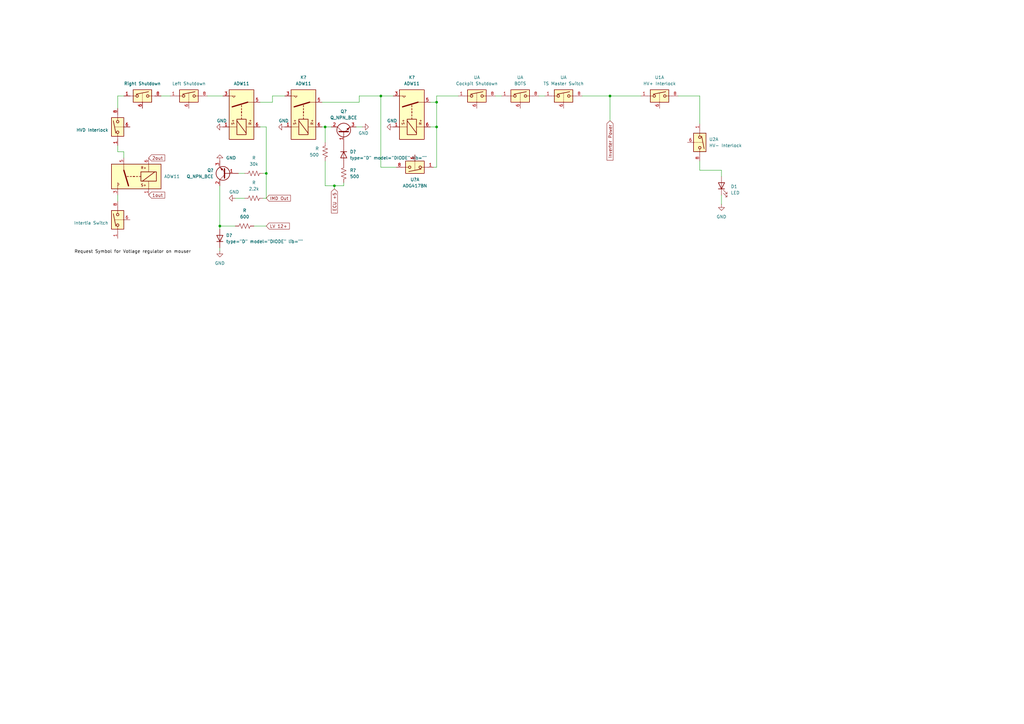
<source format=kicad_sch>
(kicad_sch (version 20231120) (generator "eeschema") (generator_version "8.0")
  (paper "A3")
  (title_block (title "RM27 Shutdown Circuit"))
  (lib_symbols
    (symbol "Analog_Switch:ADG417BN" (pin_names (offset 0.254))
      (property "Reference" "U" (at -3.175 5.334 0))
      (property "Value" "ADG417BN" (at -3.175 3.556 0))
      (symbol "ADG417BN_1_1"
        (rectangle (start -3.81 2.54) (end 3.81 -2.54) (stroke (width 0.254)) (fill (type background)))
        (circle (center -2.159 0) (radius 0.508) (stroke (width 0.254)))
        (polyline (pts (xy -5.08 0) (xy -2.794 0)))
        (polyline (pts (xy -2.54 0.762) (xy 2.54 1.778)) (stroke (width 0.254)))
        (polyline (pts (xy 0 -2.54) (xy 0 -2.032)))
        (polyline (pts (xy 0 -1.778) (xy 0 -1.524)))
        (polyline (pts (xy 0 -1.27) (xy 0 -1.016)))
        (polyline (pts (xy 0 -0.762) (xy 0 -0.508)))
        (polyline (pts (xy 0 -0.254) (xy 0 0)))
        (polyline (pts (xy 0 0.254) (xy 0 0.508)))
        (polyline (pts (xy 0 0.762) (xy 0 1.016)))
        (polyline (pts (xy 5.08 0) (xy 2.794 0)))
        (circle (center 2.159 0) (radius 0.508) (stroke (width 0.254)))
        (pin passive line (at -7.62 0 0) (length 2.54) (name "~") (number "1"))
        (pin input line (at 0 -5.08 90) (length 2.54) (name "~") (number "6"))
        (pin passive line (at 7.62 0 180) (length 2.54) (name "~") (number "8"))
      )
      (symbol "ADG417BN_2_0"
        (pin no_connect line (at -2.54 10.16 270) (length 2.54) hide (name "NC") (number "2"))
        (pin power_in line (at 0 -12.7 90) (length 2.54) (name "GND") (number "3"))
        (pin power_in line (at 0 12.7 270) (length 2.54) (name "V+") (number "4"))
        (pin power_in line (at 2.54 12.7 270) (length 2.54) (name "VL") (number "5"))
        (pin power_in line (at 2.54 -12.7 90) (length 2.54) (name "V-") (number "7"))
      )
      (symbol "ADG417BN_2_1"
        (rectangle (start -3.81 10.16) (end 6.35 -10.16) (stroke (width 0.254)) (fill (type background)))
      )
    )
    (symbol "Device:LED" (pin_numbers hide) (pin_names (offset 1.016) hide)
      (property "Reference" "D" (at 0 2.54 0))
      (property "Value" "LED" (at 0 -2.54 0))
      (symbol "LED_0_1"
        (polyline (pts (xy -1.27 -1.27) (xy -1.27 1.27)) (stroke (width 0.254)))
        (polyline (pts (xy -1.27 0) (xy 1.27 0)))
        (polyline (pts (xy 1.27 -1.27) (xy 1.27 1.27) (xy -1.27 0) (xy 1.27 -1.27)) (stroke (width 0.254)))
        (polyline (pts (xy -3.048 -0.762) (xy -4.572 -2.286) (xy -3.81 -2.286) (xy -4.572 -2.286) (xy -4.572 -1.524)))
        (polyline (pts (xy -1.778 -0.762) (xy -3.302 -2.286) (xy -2.54 -2.286) (xy -3.302 -2.286) (xy -3.302 -1.524)))
      )
      (symbol "LED_1_1"
        (pin passive line (at -3.81 0 0) (length 2.54) (name "K") (number "1"))
        (pin passive line (at 3.81 0 180) (length 2.54) (name "A") (number "2"))
      )
    )
    (symbol "Device:Q_NPN_BCE" (pin_names (offset 0) hide)
      (property "Reference" "Q" (at 5.08 1.27 0))
      (property "Value" "Q_NPN_BCE" (at 5.08 -1.27 0))
      (symbol "Q_NPN_BCE_0_1"
        (polyline (pts (xy 0.635 0.635) (xy 2.54 2.54)))
        (polyline (pts (xy 0.635 -0.635) (xy 2.54 -2.54) (xy 2.54 -2.54)))
        (polyline (pts (xy 0.635 1.905) (xy 0.635 -1.905) (xy 0.635 -1.905)) (stroke (width 0.508)))
        (polyline (pts (xy 1.27 -1.778) (xy 1.778 -1.27) (xy 2.286 -2.286) (xy 1.27 -1.778) (xy 1.27 -1.778)) (fill (type outline)))
        (circle (center 1.27 0) (radius 2.8194) (stroke (width 0.254)))
      )
      (symbol "Q_NPN_BCE_1_1"
        (pin input line (at -5.08 0 0) (length 5.715) (name "B") (number "1"))
        (pin passive line (at 2.54 5.08 270) (length 2.54) (name "C") (number "2"))
        (pin passive line (at 2.54 -5.08 90) (length 2.54) (name "E") (number "3"))
      )
    )
    (symbol "Device:R_US" (pin_numbers hide) (pin_names (offset 0))
      (property "Reference" "R" (at 2.54 0 90))
      (property "Value" "R_US" (at -2.54 0 90))
      (symbol "R_US_0_1"
        (polyline (pts (xy 0 -2.286) (xy 0 -2.54)))
        (polyline (pts (xy 0 2.286) (xy 0 2.54)))
        (polyline (pts (xy 0 -0.762) (xy 1.016 -1.143) (xy 0 -1.524) (xy -1.016 -1.905) (xy 0 -2.286)))
        (polyline (pts (xy 0 0.762) (xy 1.016 0.381) (xy 0 0) (xy -1.016 -0.381) (xy 0 -0.762)))
        (polyline (pts (xy 0 2.286) (xy 1.016 1.905) (xy 0 1.524) (xy -1.016 1.143) (xy 0 0.762)))
      )
      (symbol "R_US_1_1"
        (pin passive line (at 0 3.81 270) (length 1.27) (name "~") (number "1"))
        (pin passive line (at 0 -3.81 90) (length 1.27) (name "~") (number "2"))
      )
    )
    (symbol "GND_1" (power) (pin_numbers hide) (pin_names (offset 0) hide)
      (property "Value" "GND" (at 0 -3.81 0))
      (symbol "GND_1_0_1"
        (polyline (pts (xy 0 0) (xy 0 -1.27) (xy 1.27 -1.27) (xy 0 -2.54) (xy -1.27 -1.27) (xy 0 -1.27)))
      )
      (symbol "GND_1_1_1"
        (pin power_in line (at 0 0 270) (length 0) (name "~") (number "1"))
      )
    )
    (symbol "Relay:ADW11"
      (property "Reference" "K" (at 11.43 3.81 0))
      (property "Value" "ADW11" (at 13.97 1.27 0))
      (symbol "ADW11_1_1"
        (rectangle (start -10.16 5.08) (end 10.16 -5.08) (stroke (width 0.254)) (fill (type background)))
        (rectangle (start -8.255 1.905) (end -1.905 -1.905) (stroke (width 0.254)))
        (polyline (pts (xy -7.62 -1.905) (xy -2.54 1.905)) (stroke (width 0.254)))
        (polyline (pts (xy -5.08 -5.08) (xy -5.08 -1.905)))
        (polyline (pts (xy -5.08 5.08) (xy -5.08 1.905)))
        (polyline (pts (xy -1.905 0) (xy -1.27 0)) (stroke (width 0.254)))
        (polyline (pts (xy -0.635 0) (xy 0 0)) (stroke (width 0.254)))
        (polyline (pts (xy 0.635 0) (xy 1.27 0)) (stroke (width 0.254)))
        (polyline (pts (xy 0.635 0) (xy 1.27 0)) (stroke (width 0.254)))
        (polyline (pts (xy 1.905 0) (xy 2.54 0)) (stroke (width 0.254)))
        (polyline (pts (xy 3.175 0) (xy 3.81 0)) (stroke (width 0.254)))
        (polyline (pts (xy 5.08 -2.54) (xy 3.175 3.81)) (stroke (width 0.508)))
        (polyline (pts (xy 5.08 -2.54) (xy 5.08 -5.08)))
        (polyline (pts (xy 7.62 3.81) (xy 7.62 5.08)))
        (polyline (pts (xy 7.62 3.81) (xy 7.62 2.54) (xy 6.985 3.175) (xy 7.62 3.81)))
        (text "R+" (at -3.048 -3.556 0) (effects (font (size 1.016 1.016))))
        (text "S+" (at -3.048 3.556 0) (effects (font (size 1.016 1.016))))
        (pin passive line (at -5.08 7.62 270) (length 2.54) (name "~") (number "1"))
        (pin passive line (at 7.62 7.62 270) (length 2.54) (name "~") (number "3"))
        (pin passive line (at 5.08 -7.62 90) (length 2.54) (name "~") (number "5"))
        (pin passive line (at -5.08 -7.62 90) (length 2.54) (name "~") (number "6"))
      )
    )
    (symbol "Simulation_SPICE:DIODE" (pin_numbers hide) (pin_names (offset 1.016) hide)
      (property "Reference" "D" (at 0 2.54 0))
      (property "Value" "DIODE" (at 0 -2.54 0))
      (symbol "DIODE_0_1"
        (polyline (pts (xy 1.27 0) (xy -1.27 0)))
        (polyline (pts (xy 1.27 1.27) (xy 1.27 -1.27)) (stroke (width 0.254)))
        (polyline (pts (xy -1.27 -1.27) (xy -1.27 1.27) (xy 1.27 0) (xy -1.27 -1.27)) (stroke (width 0.254)))
      )
      (symbol "DIODE_1_1"
        (pin passive line (at -3.81 0 0) (length 2.54) (name "A") (number "1"))
        (pin passive line (at 3.81 0 180) (length 2.54) (name "K") (number "2"))
      )
    )
    (symbol "power:GND" (power) (pin_names (offset 0))
      (property "Value" "GND" (at 0 -3.81 0))
      (symbol "GND_0_1"
        (polyline (pts (xy 0 0) (xy 0 -1.27) (xy 1.27 -1.27) (xy 0 -2.54) (xy -1.27 -1.27) (xy 0 -1.27)))
      )
      (symbol "GND_1_1"
        (pin power_in line (at 0 0 270) (length 0) hide (name "GND") (number "1"))
      )
    )
  )
  (junction (at 250.19 39.37))
  (junction (at 137.16 76.2))
  (junction (at 90.17 92.71))
  (junction (at 179.07 52.07))
  (junction (at 179.07 41.91))
  (junction (at 156.21 39.37))
  (junction (at 133.35 52.07))
  (junction (at 109.22 71.12))
  (wire (pts (xy 106.68 52.07) (xy 109.22 52.07)))
  (wire (pts (xy 220.98 39.37) (xy 223.52 39.37)))
  (wire (pts (xy 287.02 69.85) (xy 295.91 69.85)))
  (wire (pts (xy 48.26 62.23) (xy 48.26 59.69)))
  (wire (pts (xy 133.35 52.07) (xy 132.08 52.07)))
  (wire (pts (xy 133.35 58.42) (xy 133.35 52.07)))
  (wire (pts (xy 111.76 39.37) (xy 116.84 39.37)))
  (wire (pts (xy 50.8 62.23) (xy 50.8 64.77)))
  (wire (pts (xy 97.79 71.12) (xy 100.33 71.12)))
  (wire (pts (xy 278.13 39.37) (xy 287.02 39.37)))
  (wire (pts (xy 203.2 39.37) (xy 205.74 39.37)))
  (wire (pts (xy 295.91 69.85) (xy 295.91 72.39)))
  (wire (pts (xy 133.35 66.04) (xy 133.35 76.2)))
  (wire (pts (xy 179.07 39.37) (xy 179.07 41.91)))
  (wire (pts (xy 132.08 41.91) (xy 147.32 41.91)))
  (wire (pts (xy 250.19 39.37) (xy 262.89 39.37)))
  (wire (pts (xy 147.32 39.37) (xy 156.21 39.37)))
  (wire (pts (xy 187.96 39.37) (xy 179.07 39.37)))
  (wire (pts (xy 109.22 52.07) (xy 109.22 71.12)))
  (wire (pts (xy 287.02 39.37) (xy 287.02 50.8)))
  (wire (pts (xy 176.53 52.07) (xy 179.07 52.07)))
  (wire (pts (xy 109.22 71.12) (xy 107.95 71.12)))
  (wire (pts (xy 133.35 52.07) (xy 135.89 52.07)))
  (wire (pts (xy 111.76 41.91) (xy 111.76 39.37)))
  (wire (pts (xy 96.52 81.28) (xy 100.33 81.28)))
  (wire (pts (xy 90.17 92.71) (xy 90.17 93.98)))
  (wire (pts (xy 238.76 39.37) (xy 250.19 39.37)))
  (wire (pts (xy 48.26 39.37) (xy 48.26 44.45)))
  (wire (pts (xy 179.07 68.58) (xy 177.8 68.58)))
  (wire (pts (xy 48.26 82.55) (xy 48.26 80.01)))
  (wire (pts (xy 156.21 68.58) (xy 162.56 68.58)))
  (wire (pts (xy 146.05 52.07) (xy 148.59 52.07)))
  (wire (pts (xy 48.26 62.23) (xy 50.8 62.23)))
  (wire (pts (xy 156.21 39.37) (xy 156.21 68.58)))
  (wire (pts (xy 137.16 76.2) (xy 137.16 77.47)))
  (wire (pts (xy 140.97 76.2) (xy 140.97 74.93)))
  (wire (pts (xy 90.17 92.71) (xy 96.52 92.71)))
  (wire (pts (xy 250.19 39.37) (xy 250.19 49.53)))
  (wire (pts (xy 287.02 66.04) (xy 287.02 69.85)))
  (wire (pts (xy 179.07 68.58) (xy 179.07 52.07)))
  (wire (pts (xy 85.09 39.37) (xy 91.44 39.37)))
  (wire (pts (xy 104.14 92.71) (xy 109.22 92.71)))
  (wire (pts (xy 295.91 80.01) (xy 295.91 83.82)))
  (wire (pts (xy 107.95 81.28) (xy 109.22 81.28)))
  (wire (pts (xy 179.07 52.07) (xy 179.07 41.91)))
  (wire (pts (xy 147.32 41.91) (xy 147.32 39.37)))
  (wire (pts (xy 90.17 101.6) (xy 90.17 102.87)))
  (wire (pts (xy 137.16 76.2) (xy 140.97 76.2)))
  (wire (pts (xy 179.07 41.91) (xy 176.53 41.91)))
  (wire (pts (xy 90.17 76.2) (xy 90.17 92.71)))
  (wire (pts (xy 156.21 39.37) (xy 161.29 39.37)))
  (wire (pts (xy 133.35 76.2) (xy 137.16 76.2)))
  (wire (pts (xy 50.8 39.37) (xy 48.26 39.37)))
  (wire (pts (xy 106.68 41.91) (xy 111.76 41.91)))
  (wire (pts (xy 66.04 39.37) (xy 69.85 39.37)))
  (wire (pts (xy 109.22 71.12) (xy 109.22 81.28)))
  (label "Request Symbol for Votlage regulator on mouser" (at 30.48 104.14 0))
  (global_label "ECU +5" (shape input) (at 137.16 77.47 270) (property "Intersheetrefs" "${INTERSHEET_REFS}" (effects (hide yes))))
  (global_label "2out" (shape input) (at 60.96 64.77 0) (property "Intersheetrefs" "${INTERSHEET_REFS}" (effects (hide yes))))
  (global_label "1out" (shape input) (at 60.96 80.01 0) (property "Intersheetrefs" "${INTERSHEET_REFS}" (effects (hide yes))))
  (global_label "IMD Out" (shape input) (at 109.22 81.28 0) (property "Intersheetrefs" "${INTERSHEET_REFS}" (effects (hide yes))))
  (global_label "Inverter Power" (shape input) (at 250.19 49.53 270) (property "Intersheetrefs" "${INTERSHEET_REFS}" (effects (hide yes))))
  (global_label "LV 12+" (shape input) (at 109.22 92.71 0) (property "Intersheetrefs" "${INTERSHEET_REFS}" (effects (hide yes))))
  (symbol (lib_id "power:GND") (at 96.52 81.28 270) (unit 1)
    (property "Reference" "#PWR?" (effects (hide yes)))
    (property "Value" "GND" (at 93.98 78.74 90) (effects (justify left)))
  )
  (symbol (lib_id "Analog_Switch:ADG417BN") (at 287.02 58.42 270) (unit 1)
    (property "Reference" "U2" (at 290.83 57.1499 90) (effects (justify left)))
    (property "Value" "HV- Interlock" (at 290.83 59.6899 90) (effects (justify left)))
    (property "Footprint" "Package_DIP:DIP-8_W7.62mm" (effects (hide yes)))
    (property "Datasheet" "https://www.analog.com/media/en/technical-documentation/data-sheets/ADG417.pdf" (effects (hide yes)))
  )
  (symbol (lib_id "Analog_Switch:ADG417BN") (at 58.42 39.37 0) (unit 1)
    (property "Reference" "U" (effects (hide yes)))
    (property "Value" "Right Shutdown" (at 58.42 34.29 0))
    (property "Footprint" "Package_DIP:DIP-8_W7.62mm" (effects (hide yes)))
    (property "Datasheet" "https://www.analog.com/media/en/technical-documentation/data-sheets/ADG417.pdf" (effects (hide yes)))
  )
  (symbol (lib_id "Analog_Switch:ADG417BN") (at 48.26 52.07 90) (unit 1)
    (property "Reference" "U?" (effects (hide yes)))
    (property "Value" "HVD Interlock" (at 44.45 53.3399 90) (effects (justify left)))
    (property "Footprint" "Package_DIP:DIP-8_W7.62mm" (effects (hide yes)))
    (property "Datasheet" "https://www.analog.com/media/en/technical-documentation/data-sheets/ADG417.pdf" (effects (hide yes)))
  )
  (symbol (lib_id "Device:R_US") (at 140.97 71.12 0) (mirror y) (unit 1)
    (property "Reference" "R?" (at 143.51 69.8499 0) (effects (justify right)))
    (property "Value" "500" (at 143.51 72.3899 0) (effects (justify right)))
  )
  (symbol (lib_id "power:GND") (at 161.29 52.07 270) (unit 1)
    (property "Reference" "#PWR?" (effects (hide yes)))
    (property "Value" "GND" (at 158.75 49.53 90) (effects (justify left)))
  )
  (symbol (lib_id "Analog_Switch:ADG417BN") (at 77.47 39.37 0) (unit 1)
    (property "Reference" "U" (effects (hide yes)))
    (property "Value" "Left Shutdown" (at 77.47 34.29 0))
    (property "Footprint" "Package_DIP:DIP-8_W7.62mm" (effects (hide yes)))
    (property "Datasheet" "https://www.analog.com/media/en/technical-documentation/data-sheets/ADG417.pdf" (effects (hide yes)))
  )
  (symbol (lib_id "Analog_Switch:ADG417BN") (at 170.18 68.58 180) (unit 1)
    (property "Reference" "U?" (at 170.18 73.66 0))
    (property "Value" "ADG417BN" (at 170.18 76.2 0))
    (property "Footprint" "Package_DIP:DIP-8_W7.62mm" (effects (hide yes)))
    (property "Datasheet" "https://www.analog.com/media/en/technical-documentation/data-sheets/ADG417.pdf" (effects (hide yes)))
  )
  (symbol (lib_id "power:GND") (at 90.17 102.87 0) (unit 1)
    (property "Reference" "#PWR?" (effects (hide yes)))
    (property "Value" "GND" (at 90.17 107.95 0))
  )
  (symbol (lib_id "power:GND") (at 116.84 52.07 270) (unit 1)
    (property "Reference" "#PWR?" (effects (hide yes)))
    (property "Value" "GND" (at 114.3 49.53 90) (effects (justify left)))
  )
  (symbol (lib_id "Device:R_US") (at 104.14 71.12 90) (unit 1)
    (property "Reference" "R" (at 104.14 64.77 90))
    (property "Value" "30k" (at 104.14 67.31 90))
  )
  (symbol (lib_id "Device:Q_NPN_BCE") (at 92.71 71.12 180) (unit 1)
    (property "Reference" "Q?" (at 87.63 69.8499 0) (effects (justify left)))
    (property "Value" "Q_NPN_BCE" (at 87.63 72.3899 0) (effects (justify left)))
  )
  (symbol (lib_id "Device:R_US") (at 133.35 62.23 0) (mirror x) (unit 1)
    (property "Reference" "R" (at 130.81 60.9599 0) (effects (justify right)))
    (property "Value" "500" (at 130.81 63.4999 0) (effects (justify right)))
  )
  (symbol (lib_id "Relay:ADW11") (at 124.46 46.99 90) (unit 1)
    (property "Reference" "K?" (at 124.46 31.75 90))
    (property "Value" "ADW11" (at 124.46 34.29 90))
    (property "Footprint" "Relay_THT:Relay_1P1T_NO_10x24x18.8mm_Panasonic_ADW11xxxxW_THT" (effects (hide yes)))
    (property "Datasheet" "https://www.panasonic-electric-works.com/pew/es/downloads/ds_dw_hl_en.pdf" (effects (hide yes)))
  )
  (symbol (lib_id "Analog_Switch:ADG417BN") (at 213.36 39.37 0) (unit 1)
    (property "Reference" "U" (at 213.36 31.75 0))
    (property "Value" "BOTS" (at 213.36 34.29 0))
    (property "Footprint" "Package_DIP:DIP-8_W7.62mm" (effects (hide yes)))
    (property "Datasheet" "https://www.analog.com/media/en/technical-documentation/data-sheets/ADG417.pdf" (effects (hide yes)))
  )
  (symbol (lib_id "Relay:ADW11") (at 99.06 46.99 90) (unit 1)
    (property "Reference" "K?" (effects (hide yes)))
    (property "Value" "ADW11" (at 99.06 34.29 90))
    (property "Footprint" "Relay_THT:Relay_1P1T_NO_10x24x18.8mm_Panasonic_ADW11xxxxW_THT" (effects (hide yes)))
    (property "Datasheet" "https://www.panasonic-electric-works.com/pew/es/downloads/ds_dw_hl_en.pdf" (effects (hide yes)))
  )
  (symbol (lib_id "Device:Q_NPN_BCE") (at 140.97 54.61 90) (unit 1)
    (property "Reference" "Q?" (at 140.97 45.72 90))
    (property "Value" "Q_NPN_BCE" (at 140.97 48.26 90))
  )
  (symbol (lib_id "Analog_Switch:ADG417BN") (at 48.26 90.17 90) (unit 1)
    (property "Reference" "U?" (effects (hide yes)))
    (property "Value" "Intertia Switch" (at 44.45 91.4399 90) (effects (justify left)))
    (property "Footprint" "Package_DIP:DIP-8_W7.62mm" (effects (hide yes)))
    (property "Datasheet" "https://www.analog.com/media/en/technical-documentation/data-sheets/ADG417.pdf" (effects (hide yes)))
  )
  (symbol (lib_id "Simulation_SPICE:DIODE") (at 90.17 97.79 270) (unit 1)
    (property "Reference" "D?" (at 92.71 96.5199 90) (effects (justify left)))
    (property "Value" "${SIM.PARAMS}" (at 92.71 99.0599 90) (effects (justify left)))
    (property "Sim.Device" "SPICE" (effects (hide yes)))
    (property "Sim.Params" "type=\"D\" model=\"DIODE\" lib=\"\"" (effects (hide yes)))
    (property "Sim.Pins" "1=1 2=2" (effects (hide yes)))
  )
  (symbol (lib_id "Simulation_SPICE:DIODE") (at 140.97 63.5 90) (unit 1)
    (property "Reference" "D?" (at 143.51 62.2299 90) (effects (justify right)))
    (property "Value" "${SIM.PARAMS}" (at 143.51 64.7699 90) (effects (justify right)))
    (property "Sim.Device" "SPICE" (effects (hide yes)))
    (property "Sim.Params" "type=\"D\" model=\"DIODE\" lib=\"\"" (effects (hide yes)))
    (property "Sim.Pins" "1=1 2=2" (effects (hide yes)))
  )
  (symbol (lib_id "Relay:ADW11") (at 168.91 46.99 90) (unit 1)
    (property "Reference" "K?" (at 168.91 31.75 90))
    (property "Value" "ADW11" (at 168.91 34.29 90))
    (property "Footprint" "Relay_THT:Relay_1P1T_NO_10x24x18.8mm_Panasonic_ADW11xxxxW_THT" (effects (hide yes)))
    (property "Datasheet" "https://www.panasonic-electric-works.com/pew/es/downloads/ds_dw_hl_en.pdf" (effects (hide yes)))
  )
  (symbol (lib_id "Analog_Switch:ADG417BN") (at 195.58 39.37 0) (unit 1)
    (property "Reference" "U" (at 195.58 31.75 0))
    (property "Value" "Cockpit Shutdown" (at 195.58 34.29 0))
    (property "Footprint" "Package_DIP:DIP-8_W7.62mm" (effects (hide yes)))
    (property "Datasheet" "https://www.analog.com/media/en/technical-documentation/data-sheets/ADG417.pdf" (effects (hide yes)))
  )
  (symbol (lib_id "Analog_Switch:ADG417BN") (at 231.14 39.37 0) (unit 1)
    (property "Reference" "U" (at 231.14 31.75 0))
    (property "Value" "TS Master Switch" (at 231.14 34.29 0))
    (property "Footprint" "Package_DIP:DIP-8_W7.62mm" (effects (hide yes)))
    (property "Datasheet" "https://www.analog.com/media/en/technical-documentation/data-sheets/ADG417.pdf" (effects (hide yes)))
  )
  (symbol (lib_id "Analog_Switch:ADG417BN") (at 270.51 39.37 0) (unit 1)
    (property "Reference" "U1" (at 270.51 31.75 0))
    (property "Value" "HV+ Interlock" (at 270.51 34.29 0))
    (property "Footprint" "Package_DIP:DIP-8_W7.62mm" (effects (hide yes)))
    (property "Datasheet" "https://www.analog.com/media/en/technical-documentation/data-sheets/ADG417.pdf" (effects (hide yes)))
  )
  (symbol (lib_id "power:GND") (at 90.17 66.04 180) (unit 1)
    (property "Reference" "#PWR?" (effects (hide yes)))
    (property "Value" "GND" (at 92.71 64.7699 0) (effects (justify right)))
  )
  (symbol (lib_id "Device:R_US") (at 100.33 92.71 90) (unit 1)
    (property "Reference" "R" (at 100.33 86.36 90))
    (property "Value" "600" (at 100.33 88.9 90))
  )
  (symbol (lib_id "Device:LED") (at 295.91 76.2 90) (unit 1)
    (property "Reference" "D1" (at 299.72 76.5174 90) (effects (justify right)))
    (property "Value" "LED" (at 299.72 79.0574 90) (effects (justify right)))
    (property "Description" "Light emitting diode" (effects (hide yes)))
  )
  (symbol (lib_id "Relay:ADW11") (at 55.88 72.39 180) (unit 1)
    (property "Reference" "K?" (effects (hide yes)))
    (property "Value" "ADW11" (at 67.31 72.3899 0) (effects (justify right)))
    (property "Footprint" "Relay_THT:Relay_1P1T_NO_10x24x18.8mm_Panasonic_ADW11xxxxW_THT" (effects (hide yes)))
    (property "Datasheet" "https://www.panasonic-electric-works.com/pew/es/downloads/ds_dw_hl_en.pdf" (effects (hide yes)))
  )
  (symbol (lib_id "power:GND") (at 91.44 52.07 270) (unit 1)
    (property "Reference" "#PWR?" (effects (hide yes)))
    (property "Value" "GND" (at 88.9 49.53 90) (effects (justify left)))
  )
  (symbol (lib_id "power:GND") (at 148.59 52.07 90) (unit 1)
    (property "Reference" "#PWR?" (effects (hide yes)))
    (property "Value" "GND" (at 151.13 54.61 90) (effects (justify left)))
  )
  (symbol (lib_id "Device:R_US") (at 104.14 81.28 90) (unit 1)
    (property "Reference" "R" (at 104.14 74.93 90))
    (property "Value" "2.2k" (at 104.14 77.47 90))
  )
  (symbol (lib_name "GND_1") (lib_id "power:GND") (at 295.91 83.82 0) (unit 1)
    (property "Reference" "#PWR01" (effects (hide yes)))
    (property "Value" "GND" (at 295.91 88.9 0))
    (property "Description" "Power symbol creates a global label with name \"GND\" , ground" (effects (hide yes)))
  )
  (sheet (at 433.07 0) (size 356.87 297.18) (stroke (width 0.1524))
    (property "Sheetname" "ECU Pinout" (at 433.07 -0.7116 0) (effects (justify left bottom)))
    (property "Sheetfile" "untitled.kicad_sch" (at 433.07 297.7646 0) (effects (justify left top)))
  )
)
</source>
